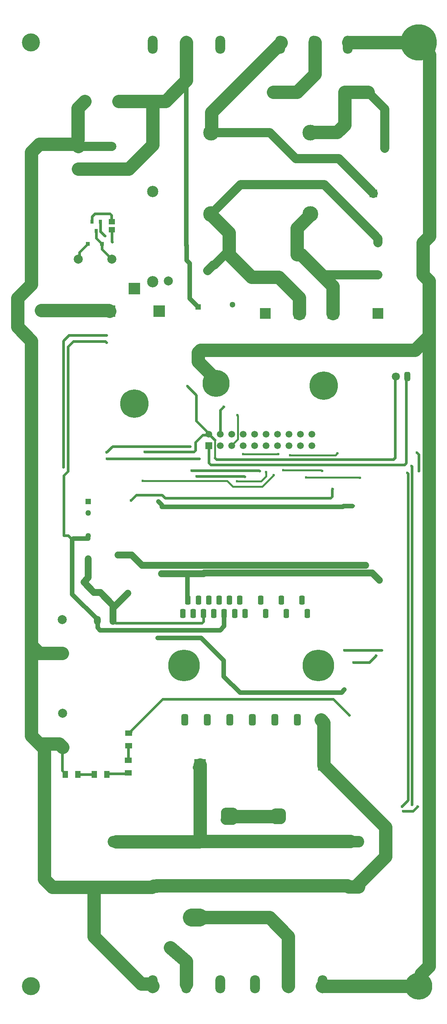
<source format=gbl>
G04*
G04 #@! TF.GenerationSoftware,Altium Limited,Altium Designer,20.0.13 (296)*
G04*
G04 Layer_Physical_Order=2*
G04 Layer_Color=16711680*
%FSLAX44Y44*%
%MOMM*%
G71*
G01*
G75*
%ADD13C,0.6000*%
%ADD54C,1.2700*%
%ADD55R,1.2700X1.2700*%
%ADD72R,1.3500X1.1500*%
%ADD73R,1.2000X1.6500*%
%ADD84C,1.0000*%
%ADD85C,3.0000*%
%ADD86C,2.0000*%
%ADD87C,0.4000*%
%ADD88C,1.5000*%
%ADD90R,1.5000X1.5000*%
%ADD91C,1.5000*%
%ADD92C,2.0000*%
%ADD93C,1.8000*%
%ADD94R,1.8000X1.8000*%
%ADD95C,6.3000*%
%ADD96R,2.4000X2.4000*%
%ADD97R,2.5000X2.5000*%
%ADD98C,1.3000*%
%ADD99R,1.3000X1.3000*%
%ADD100O,2.2000X4.0000*%
%ADD101C,7.0000*%
G04:AMPARAMS|DCode=102|XSize=2.5mm|YSize=1.5mm|CornerRadius=0.375mm|HoleSize=0mm|Usage=FLASHONLY|Rotation=270.000|XOffset=0mm|YOffset=0mm|HoleType=Round|Shape=RoundedRectangle|*
%AMROUNDEDRECTD102*
21,1,2.5000,0.7500,0,0,270.0*
21,1,1.7500,1.5000,0,0,270.0*
1,1,0.7500,-0.3750,-0.8750*
1,1,0.7500,-0.3750,0.8750*
1,1,0.7500,0.3750,0.8750*
1,1,0.7500,0.3750,-0.8750*
%
%ADD102ROUNDEDRECTD102*%
G04:AMPARAMS|DCode=103|XSize=2mm|YSize=1.2mm|CornerRadius=0.3mm|HoleSize=0mm|Usage=FLASHONLY|Rotation=270.000|XOffset=0mm|YOffset=0mm|HoleType=Round|Shape=RoundedRectangle|*
%AMROUNDEDRECTD103*
21,1,2.0000,0.6000,0,0,270.0*
21,1,1.4000,1.2000,0,0,270.0*
1,1,0.6000,-0.3000,-0.7000*
1,1,0.6000,-0.3000,0.7000*
1,1,0.6000,0.3000,0.7000*
1,1,0.6000,0.3000,-0.7000*
%
%ADD103ROUNDEDRECTD103*%
%ADD104R,1.3000X1.3000*%
%ADD105C,1.4250*%
%ADD106C,3.5000*%
G04:AMPARAMS|DCode=107|XSize=2mm|YSize=1.3mm|CornerRadius=0.325mm|HoleSize=0mm|Usage=FLASHONLY|Rotation=270.000|XOffset=0mm|YOffset=0mm|HoleType=Round|Shape=RoundedRectangle|*
%AMROUNDEDRECTD107*
21,1,2.0000,0.6500,0,0,270.0*
21,1,1.3500,1.3000,0,0,270.0*
1,1,0.6500,-0.3250,-0.6750*
1,1,0.6500,-0.3250,0.6750*
1,1,0.6500,0.3250,0.6750*
1,1,0.6500,0.3250,-0.6750*
%
%ADD107ROUNDEDRECTD107*%
%ADD108O,3.9000X2.6000*%
%ADD109C,6.0000*%
%ADD110C,8.0000*%
%ADD111C,4.0000*%
%ADD112O,1.5000X2.0000*%
%ADD113C,2.5000*%
%ADD114C,0.6000*%
%ADD115C,1.0000*%
%ADD116R,1.6500X1.2000*%
%ADD117R,0.8000X0.9000*%
%ADD118R,0.9000X0.9500*%
%ADD119C,4.0000*%
D13*
X338000Y1179765D02*
X341515Y1176250D01*
X325100Y1232500D02*
X338000Y1219600D01*
X734485Y1176250D02*
X738000Y1179765D01*
X341515Y1176250D02*
X734485D01*
X5000Y477000D02*
Y482250D01*
X0Y487250D02*
X5000Y482250D01*
X0Y487250D02*
Y538750D01*
X775000Y412000D02*
Y1161000D01*
X774000Y1162000D02*
X775000Y1161000D01*
X350500Y1232500D02*
Y1285500D01*
X358000Y1293000D01*
X790000Y1151000D02*
Y1160371D01*
X790270Y1160641D01*
Y1187730D01*
X786000Y1192000D02*
X790270Y1187730D01*
X756000Y398000D02*
X778000D01*
X788000Y408000D02*
X788000D01*
X778000Y398000D02*
X788000Y408000D01*
X765000Y1147000D02*
X767000Y1145000D01*
Y422000D02*
Y1145000D01*
X753000Y408000D02*
X767000Y422000D01*
X598000Y1110000D02*
X599000Y1111000D01*
X598000Y1094515D02*
Y1110000D01*
X228000Y1091000D02*
X594485D01*
X598000Y1094515D01*
X164000Y1098000D02*
X221000D01*
X228000Y1091000D01*
X152000Y1086000D02*
X164000Y1098000D01*
X298000Y1139000D02*
X403000D01*
X404000Y1138000D01*
X436000Y1152000D02*
X437000Y1151000D01*
X287000Y1152000D02*
X436000D01*
X762500Y1168515D02*
Y1357500D01*
X758985Y1165000D02*
X762500Y1168515D01*
X328615Y1165000D02*
X758985D01*
X325100Y1168515D02*
X328615Y1165000D01*
X325100Y1168515D02*
Y1207100D01*
X152250Y575250D02*
X222485Y645485D01*
X600515D01*
X636000Y610000D01*
X147000Y570000D02*
X149250D01*
X152250Y573000D01*
Y575250D01*
X146000Y510000D02*
X146500Y510500D01*
Y541500D01*
X147000Y542000D01*
X99000Y479000D02*
X100500Y480500D01*
X144500D01*
X146000Y482000D01*
X34000Y479000D02*
X71000D01*
X0Y538750D02*
X500Y539250D01*
X325100Y1232500D02*
Y1233926D01*
X297000Y1262026D02*
X325100Y1233926D01*
X297000Y1262026D02*
Y1319000D01*
X277000Y1339000D02*
X297000Y1319000D01*
X738000Y1179765D02*
Y1358000D01*
X14250Y1451750D02*
X97750D01*
X95500Y1438000D02*
X98000Y1435500D01*
X24500Y1438000D02*
X95500D01*
X12500Y1150250D02*
Y1426000D01*
X24500Y1438000D01*
X1750Y1439250D02*
X14250Y1451750D01*
X1750Y1159500D02*
Y1439250D01*
X111000Y1205250D02*
X283250D01*
X98250Y1192500D02*
X111000Y1205250D01*
X3000Y1140750D02*
X12500Y1150250D01*
X3000Y1007750D02*
Y1140750D01*
Y1007750D02*
X13392D01*
X22000Y999142D01*
X643500Y1073500D02*
X644250Y1074250D01*
X645250D01*
X101000Y1178250D02*
X101250Y1178500D01*
X99000Y1178250D02*
X101000D01*
X101250Y1178500D02*
X303750D01*
X738000Y1358000D02*
X740000Y1360000D01*
X762500Y1357500D02*
X765000Y1360000D01*
X87750Y1642250D02*
Y1654000D01*
Y1642250D02*
X110000Y1620000D01*
X323378Y1230778D02*
X325100Y1232500D01*
X311278Y1230778D02*
X323378D01*
X295000Y1214500D02*
X311278Y1230778D01*
X183000Y1193250D02*
X291485D01*
X295000Y1196765D01*
Y1214500D01*
X182500Y1193750D02*
X183000Y1193250D01*
X84500Y1681500D02*
Y1703000D01*
Y1681500D02*
X94500Y1671500D01*
X72000Y1720750D02*
X105735D01*
X109250Y1703500D02*
X110000Y1702750D01*
X109250Y1703500D02*
Y1717235D01*
X105735Y1720750D02*
X109250Y1717235D01*
X65500Y1714250D02*
X72000Y1720750D01*
X65500Y1703000D02*
Y1714250D01*
X75000Y1667000D02*
Y1683000D01*
Y1667000D02*
X87750Y1654250D01*
Y1654000D02*
Y1654250D01*
X56250Y1653750D02*
Y1654000D01*
X37679Y1635179D02*
X56250Y1653750D01*
X37679Y1622679D02*
Y1635179D01*
X35000Y1620000D02*
X37679Y1622679D01*
X110000Y1659000D02*
Y1685250D01*
Y1659000D02*
X110750Y1658250D01*
X681000Y727000D02*
X696000Y742000D01*
X646000Y727000D02*
X681000D01*
X625000Y754000D02*
X708000D01*
X313000Y817515D02*
Y835000D01*
X112500Y819935D02*
Y820000D01*
Y819935D02*
X116657Y815778D01*
X116722D01*
X118500Y814000D01*
X309485D01*
X313000Y817515D01*
D54*
X57500Y956150D02*
D03*
Y1006950D02*
D03*
Y1057750D02*
D03*
D55*
Y1083150D02*
D03*
D72*
X110000Y1702750D02*
D03*
Y1685250D02*
D03*
D73*
X99000Y479000D02*
D03*
X71000D02*
D03*
X34000D02*
D03*
X6000D02*
D03*
D84*
X282000Y1533000D02*
Y1611000D01*
X275375Y1617625D02*
Y1650625D01*
Y1617625D02*
X282000Y1611000D01*
X275000Y1651000D02*
Y2016000D01*
Y1651000D02*
X275375Y1650625D01*
X282000Y1533000D02*
X301000Y1514000D01*
X405750Y1071750D02*
X621750D01*
X623250Y1073500D02*
X643500D01*
X24258Y1001400D02*
X57500D01*
X22000Y999142D02*
X24258Y1001400D01*
X220500Y1071750D02*
X405750D01*
X212750Y1083750D02*
X220500Y1076000D01*
Y1071750D02*
Y1076000D01*
X621750Y1071750D02*
X623250Y1073250D01*
X358000Y696000D02*
X394000Y660000D01*
X619000D02*
X625498Y666498D01*
X394000Y660000D02*
X619000D01*
X277500Y866000D02*
Y923987D01*
Y866000D02*
X278500Y865000D01*
X358000Y696000D02*
Y731000D01*
X308000Y781000D02*
X358000Y731000D01*
X211000Y781000D02*
X308000D01*
X83858Y798000D02*
X350000D01*
X77500Y820000D02*
X78000Y819500D01*
Y803858D02*
Y819500D01*
Y803858D02*
X83858Y798000D01*
X350000D02*
X359000Y807000D01*
Y835000D01*
X22000Y878000D02*
Y999142D01*
X77500Y820000D02*
Y822500D01*
X22000Y878000D02*
X77500Y822500D01*
D85*
X-40000Y547000D02*
X-7250D01*
X-51426D02*
X-40000D01*
X120000Y229000D02*
X199000D01*
X72000D02*
X120000D01*
X196000Y15000D02*
X200000Y11000D01*
X275000Y14000D02*
Y65000D01*
X239000Y95000D02*
X275000Y65000D01*
X580000Y499047D02*
X717000Y362047D01*
X580000Y499047D02*
Y500000D01*
X717000Y297000D02*
Y362047D01*
X635000Y230000D02*
X645500D01*
X202000Y232000D02*
X208500D01*
X209121Y232621D01*
X632379D01*
X650000Y230000D02*
X657000D01*
X632379Y232621D02*
X635000Y230000D01*
X199000Y229000D02*
X202000Y232000D01*
X306000Y1419000D02*
X782000D01*
X813000Y54213D02*
Y1450000D01*
X800000Y1585205D02*
X813000Y1572205D01*
Y1450000D02*
Y1572205D01*
X795740Y36953D02*
X813000Y54213D01*
X782000Y1419000D02*
X813000Y1450000D01*
X790000Y10000D02*
X795740Y15740D01*
Y36953D01*
X576273Y10000D02*
X790000D01*
X229000Y1970000D02*
X275000Y2016000D01*
X-40000Y246574D02*
Y535574D01*
X-51426Y547000D02*
X-40000Y535574D01*
X-99750Y1470000D02*
Y1533500D01*
X-69000Y1564250D02*
Y1857426D01*
X-99750Y1533500D02*
X-69000Y1564250D01*
X-99750Y1470000D02*
X-69000Y1439250D01*
Y764574D02*
Y1439250D01*
X-47000Y1507000D02*
X-34000D01*
X103000Y1507000D01*
X105000Y1505000D01*
X30000Y1875000D02*
X35000Y1870000D01*
X-51426Y1875000D02*
X30000D01*
X-69000Y1857426D02*
X-51426Y1875000D01*
X-69000Y564574D02*
Y764574D01*
X-7250Y547000D02*
X500Y539250D01*
X-69000Y564574D02*
X-51426Y547000D01*
Y747000D02*
X0D01*
X-69000Y764574D02*
X-51426Y747000D01*
X34706Y1885294D02*
Y1954706D01*
X-22426Y229000D02*
X72000D01*
X-40000Y246574D02*
X-22426Y229000D01*
X34706Y1954706D02*
X50000Y1970000D01*
X70000Y120000D02*
X175000Y15000D01*
X196000D01*
X200000Y10000D02*
Y11000D01*
X303707Y162000D02*
X459000Y162000D01*
X650000Y230000D02*
X717000Y297000D01*
X305000Y331000D02*
X638500D01*
X120000Y330000D02*
X304000Y330000D01*
X119000Y330000D02*
X120000D01*
X388000Y386000D02*
X465000D01*
X501273Y10000D02*
Y119727D01*
X459000Y162000D02*
X501273Y119727D01*
X305000Y331000D02*
Y500000D01*
X580000D02*
Y593500D01*
X573500Y600000D02*
X580000Y593500D01*
X304000Y330000D02*
X305000Y331000D01*
X70000Y120000D02*
Y227000D01*
X72000Y229000D01*
X35000Y1820000D02*
X110000D01*
X520000Y1630000D02*
X530000D01*
X574795Y1585205D01*
X199000Y1970000D02*
X229000D01*
X125000D02*
X199000D01*
X200000Y1873000D02*
Y1969000D01*
X199000Y1970000D02*
X200000Y1969000D01*
X147000Y1820000D02*
X200000Y1873000D01*
X110000Y1820000D02*
X147000D01*
X275000Y2016000D02*
Y2100000D01*
X301000Y1393118D02*
Y1414000D01*
Y1393118D02*
X341000Y1353118D01*
Y1345000D02*
Y1353118D01*
X301000Y1414000D02*
X306000Y1419000D01*
X800000Y1585205D02*
Y1656978D01*
X814000Y1670977D01*
X790000Y2097294D02*
Y2100000D01*
Y2097294D02*
X814000Y2073294D01*
Y1670977D02*
Y2073294D01*
X635000Y2100000D02*
X635000Y2100000D01*
X790000D01*
X574795Y1585205D02*
X600000Y1560000D01*
Y1500000D02*
Y1560000D01*
X480000Y1580000D02*
X525000Y1535000D01*
Y1500000D02*
Y1535000D01*
X420000Y1580000D02*
X480000D01*
X550000Y1718647D02*
Y1720000D01*
X520000Y1688647D02*
X550000Y1718647D01*
X520000Y1630000D02*
Y1688647D01*
X370000Y1630000D02*
X420000Y1580000D01*
X330000Y1718647D02*
Y1720000D01*
Y1718647D02*
X370000Y1678647D01*
Y1630000D02*
Y1678647D01*
X626000Y1917574D02*
Y1990000D01*
X550000Y1900000D02*
X550957Y1900957D01*
X609383D01*
X626000Y1917574D01*
X560000Y2030000D02*
Y2100000D01*
X520000Y1990000D02*
X560000Y2030000D01*
X626000Y1990000D02*
X678000D01*
X485000Y2099000D02*
Y2100000D01*
X330957Y1944957D02*
X485000Y2099000D01*
X330957Y1900957D02*
Y1944957D01*
X330000Y1900000D02*
X330957Y1900957D01*
X468000Y1990000D02*
X520000D01*
D86*
X322500Y1595000D02*
X335000Y1607500D01*
X337500D02*
X360000Y1630000D01*
X335000Y1607500D02*
X337500D01*
X360000Y1630000D02*
X370000D01*
X35000Y1870000D02*
X110000D01*
X472000Y393000D02*
X486000D01*
Y380000D02*
Y393000D01*
X472000Y379000D02*
X485000D01*
X465000Y386000D02*
X472000Y393000D01*
X362000Y379000D02*
Y395000D01*
X361000Y378000D02*
X361716Y377284D01*
X361000Y378000D02*
X362000Y379000D01*
X361716Y377284D02*
X378284D01*
X379000Y378000D01*
X362000Y395000D02*
X379000D01*
X485000Y379000D02*
X486000Y380000D01*
X299251Y494251D02*
X305000Y500000D01*
X520000Y1630000D02*
X523000Y1627000D01*
X395000Y1785000D02*
X581000D01*
X700000Y1656978D02*
Y1666000D01*
X581000Y1785000D02*
X700000Y1666000D01*
X330000Y1720000D02*
X395000Y1785000D01*
X574795Y1585205D02*
X700000D01*
X330000Y1900000D02*
X460000D01*
X517500Y1842500D02*
X613500D01*
X460000Y1900000D02*
X517500Y1842500D01*
X613500D02*
X690000Y1766000D01*
X678000Y1990000D02*
X715000Y1953000D01*
Y1866000D02*
Y1953000D01*
D87*
X338000Y1179765D02*
Y1219600D01*
X401000Y1188000D02*
X479000D01*
X541000Y1137000D02*
X658459D01*
X659459Y1136000D01*
X660000D01*
X505000Y1186000D02*
X605459D01*
X609459Y1190000D01*
X610000D01*
X490000Y1153000D02*
X573459D01*
X575459Y1151000D01*
X576000D01*
X443000Y1116000D02*
X469000Y1142000D01*
X365000Y1129000D02*
X378000Y1116000D01*
X443000D01*
X178000Y1129000D02*
X365000D01*
X452100Y1139100D02*
Y1148443D01*
X441000Y1128000D02*
X452100Y1139100D01*
X387000Y1128000D02*
X441000D01*
X375900Y1207900D02*
X389000Y1221000D01*
Y1273459D01*
X388000Y1274459D02*
X389000Y1273459D01*
X388000Y1274459D02*
Y1275000D01*
X375900Y1207100D02*
Y1207900D01*
D88*
X313000Y923000D02*
X314750Y924750D01*
X277500Y923000D02*
X313000D01*
X261422Y923172D02*
X274837D01*
X261250Y923000D02*
X261422Y923172D01*
X220000Y923000D02*
X261250D01*
X644000Y924862D02*
X687138D01*
X550500D02*
X644000D01*
X397500D02*
X431000D01*
X500750D01*
X356000D02*
X397500D01*
X314750D02*
X356000D01*
X500750D02*
X550500D01*
X47500Y904500D02*
X57500Y914500D01*
Y956150D01*
X176730Y942270D02*
X672730D01*
X673000Y942000D01*
X154000Y965000D02*
X176730Y942270D01*
X112500Y847500D02*
Y853500D01*
Y820000D02*
Y847500D01*
X145000Y880000D01*
X687138Y924862D02*
X703000Y909000D01*
X84000Y882000D02*
X112500Y853500D01*
X70000Y882000D02*
X84000D01*
X47500Y904500D02*
X70000Y882000D01*
X123635Y965000D02*
X154000D01*
D90*
X325100Y1207100D02*
D03*
D91*
X350500D02*
D03*
X375900D02*
D03*
X401300D02*
D03*
X426700D02*
D03*
X452100D02*
D03*
X477500D02*
D03*
X502900D02*
D03*
X528300D02*
D03*
X553700D02*
D03*
Y1232500D02*
D03*
X528300D02*
D03*
X502900D02*
D03*
X477500D02*
D03*
X452100D02*
D03*
X426700D02*
D03*
X401300D02*
D03*
X375900D02*
D03*
X350500D02*
D03*
X325100D02*
D03*
X520000Y1630000D02*
D03*
X370000D02*
D03*
D92*
X239000Y95000D02*
D03*
X235000Y1572000D02*
D03*
X110000Y1820000D02*
D03*
Y1870000D02*
D03*
X35000D02*
D03*
Y1820000D02*
D03*
Y1620000D02*
D03*
X110000D02*
D03*
X500Y539250D02*
D03*
Y614250D02*
D03*
X0Y747000D02*
D03*
Y822000D02*
D03*
X468000Y1990000D02*
D03*
X520000D02*
D03*
X678000D02*
D03*
X626000D02*
D03*
X125000Y1970000D02*
D03*
X50000D02*
D03*
D93*
X715000Y1866000D02*
D03*
X740000Y1360000D02*
D03*
D94*
X690000Y1766000D02*
D03*
D95*
X580000Y1340000D02*
D03*
X160000Y1300000D02*
D03*
D96*
X700000Y1500000D02*
D03*
X600000D02*
D03*
X525000D02*
D03*
X450000D02*
D03*
D97*
X105000Y1505000D02*
D03*
X160000Y1555000D02*
D03*
X215000Y1505000D02*
D03*
X305000Y500000D02*
D03*
X580000D02*
D03*
D98*
X301000Y1414000D02*
D03*
X800000Y1585205D02*
D03*
X700000Y1656978D02*
D03*
X377000Y1519000D02*
D03*
D99*
X301000Y1514000D02*
D03*
X377000Y1419000D02*
D03*
D100*
X633000Y2095000D02*
D03*
X558000D02*
D03*
X483000D02*
D03*
X350000D02*
D03*
X275000D02*
D03*
X200000D02*
D03*
X350000Y14000D02*
D03*
X275000D02*
D03*
X200000D02*
D03*
X577000D02*
D03*
X502000D02*
D03*
X427000D02*
D03*
D101*
X270000Y720000D02*
D03*
X568000D02*
D03*
D102*
X571000Y600000D02*
D03*
X521000D02*
D03*
X471000D02*
D03*
X421000D02*
D03*
X371000D02*
D03*
X321000D02*
D03*
X271000D02*
D03*
D103*
X267000Y835000D02*
D03*
X278500Y865000D02*
D03*
X290000Y835000D02*
D03*
X301500Y865000D02*
D03*
X313000Y835000D02*
D03*
X324500Y865000D02*
D03*
X336000Y835000D02*
D03*
X347500Y865000D02*
D03*
X359000Y835000D02*
D03*
X370500Y865000D02*
D03*
X382000Y835000D02*
D03*
X393500Y865000D02*
D03*
X405000Y835000D02*
D03*
X439500Y865000D02*
D03*
X451000Y835000D02*
D03*
X485500Y865000D02*
D03*
X497000Y835000D02*
D03*
X531500Y865000D02*
D03*
X543000Y835000D02*
D03*
D104*
X700000Y1585205D02*
D03*
X800000Y1656978D02*
D03*
D105*
X322500Y1595000D02*
D03*
X562500D02*
D03*
D106*
X550000Y1720000D02*
D03*
X330000D02*
D03*
X550000Y1900000D02*
D03*
X330000D02*
D03*
D107*
X765000Y1360000D02*
D03*
D108*
X650000Y230000D02*
D03*
Y330000D02*
D03*
X120000Y230000D02*
D03*
Y330000D02*
D03*
D109*
X790000Y10000D02*
D03*
X341000Y1345000D02*
D03*
D110*
X790000Y2100000D02*
D03*
D111*
X-70000D02*
D03*
Y10000D02*
D03*
D112*
X77500Y820000D02*
D03*
X112500D02*
D03*
D113*
X200000Y1570000D02*
D03*
Y1770000D02*
D03*
D114*
X261422Y923172D02*
D03*
X220000Y923000D02*
D03*
X479000Y1188000D02*
D03*
X401000D02*
D03*
X774000Y1162000D02*
D03*
X358000Y1293000D02*
D03*
X786000Y1192000D02*
D03*
X790000Y1151000D02*
D03*
X788000Y408000D02*
D03*
X775000Y412000D02*
D03*
X756000Y398000D02*
D03*
X599000Y1111000D02*
D03*
X152000Y1086000D02*
D03*
X660000Y1136000D02*
D03*
X541000Y1137000D02*
D03*
X610000Y1190000D02*
D03*
X505000Y1186000D02*
D03*
X576000Y1151000D02*
D03*
X490000Y1153000D02*
D03*
X469000Y1142000D02*
D03*
X178000Y1129000D02*
D03*
X452100Y1148443D02*
D03*
X387000Y1128000D02*
D03*
X388000Y1275000D02*
D03*
X404000Y1138000D02*
D03*
X298000Y1139000D02*
D03*
X287000Y1152000D02*
D03*
X437000Y1151000D02*
D03*
X765000Y1147000D02*
D03*
X753000Y408000D02*
D03*
X736243Y1178007D02*
D03*
X636000Y610000D02*
D03*
X277000Y1339000D02*
D03*
X97750Y1451750D02*
D03*
X98000Y1435500D02*
D03*
X98250Y1192500D02*
D03*
X1750Y1159500D02*
D03*
X47500Y904500D02*
D03*
X549750Y1072250D02*
D03*
X501250D02*
D03*
X453250Y1072000D02*
D03*
X405750Y1071750D02*
D03*
X356750Y1072000D02*
D03*
X308750D02*
D03*
X260500Y1072250D02*
D03*
X623250Y1073250D02*
D03*
X645250Y1074250D02*
D03*
X212750Y1083750D02*
D03*
X99000Y1178250D02*
D03*
X303750Y1178500D02*
D03*
X182500Y1193750D02*
D03*
X94500Y1671500D02*
D03*
X110750Y1658250D02*
D03*
X283250Y1205250D02*
D03*
X249250Y943000D02*
D03*
X285000Y942000D02*
D03*
X333500Y942750D02*
D03*
X379500Y942000D02*
D03*
X429250D02*
D03*
X476250Y941250D02*
D03*
X526250Y942000D02*
D03*
X575000Y941750D02*
D03*
X314750Y924750D02*
D03*
X356000Y924000D02*
D03*
X431000Y924250D02*
D03*
X397500Y924500D02*
D03*
X500750Y923500D02*
D03*
X550500Y923250D02*
D03*
X644000Y923500D02*
D03*
X646000Y727000D02*
D03*
X696000Y742000D02*
D03*
X703000Y909000D02*
D03*
X673000Y942000D02*
D03*
X708000Y754000D02*
D03*
X625000D02*
D03*
X625498Y666498D02*
D03*
X145000Y880000D02*
D03*
X211000Y781000D02*
D03*
D115*
X-48500Y1501000D02*
D03*
X-49250Y1514500D02*
D03*
X-35750Y1501250D02*
D03*
Y1514000D02*
D03*
X123635Y965135D02*
D03*
X361000Y378000D02*
D03*
X472000Y379000D02*
D03*
X486000Y380000D02*
D03*
Y393000D02*
D03*
X472000D02*
D03*
X379000Y378000D02*
D03*
Y395000D02*
D03*
X362000D02*
D03*
X303707Y155730D02*
D03*
X288707D02*
D03*
X303707Y170730D02*
D03*
X289000Y171000D02*
D03*
D116*
X147000Y570000D02*
D03*
Y542000D02*
D03*
X146000Y510000D02*
D03*
Y482000D02*
D03*
D117*
X75000Y1683000D02*
D03*
X84500Y1703000D02*
D03*
X65500D02*
D03*
D118*
X56250Y1654000D02*
D03*
X87750D02*
D03*
D119*
X287000Y162000D02*
X303707D01*
M02*

</source>
